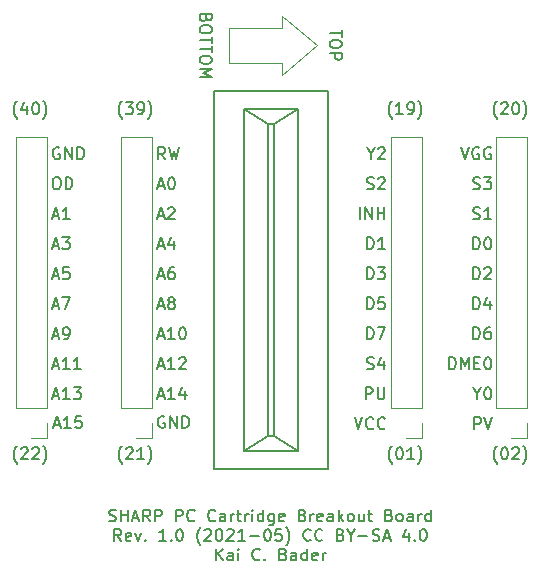
<source format=gbr>
%TF.GenerationSoftware,KiCad,Pcbnew,5.1.10-88a1d61d58~88~ubuntu20.10.1*%
%TF.CreationDate,2021-05-08T10:37:59+02:00*%
%TF.ProjectId,Cartridge-Breakout-Board,43617274-7269-4646-9765-2d427265616b,1.0*%
%TF.SameCoordinates,Original*%
%TF.FileFunction,Legend,Top*%
%TF.FilePolarity,Positive*%
%FSLAX46Y46*%
G04 Gerber Fmt 4.6, Leading zero omitted, Abs format (unit mm)*
G04 Created by KiCad (PCBNEW 5.1.10-88a1d61d58~88~ubuntu20.10.1) date 2021-05-08 10:37:59*
%MOMM*%
%LPD*%
G01*
G04 APERTURE LIST*
%ADD10C,0.150000*%
%ADD11C,0.120000*%
G04 APERTURE END LIST*
D10*
X91357142Y-84754761D02*
X91499999Y-84802380D01*
X91738095Y-84802380D01*
X91833333Y-84754761D01*
X91880952Y-84707142D01*
X91928571Y-84611904D01*
X91928571Y-84516666D01*
X91880952Y-84421428D01*
X91833333Y-84373809D01*
X91738095Y-84326190D01*
X91547619Y-84278571D01*
X91452380Y-84230952D01*
X91404761Y-84183333D01*
X91357142Y-84088095D01*
X91357142Y-83992857D01*
X91404761Y-83897619D01*
X91452380Y-83850000D01*
X91547619Y-83802380D01*
X91785714Y-83802380D01*
X91928571Y-83850000D01*
X92357142Y-84802380D02*
X92357142Y-83802380D01*
X92357142Y-84278571D02*
X92928571Y-84278571D01*
X92928571Y-84802380D02*
X92928571Y-83802380D01*
X93357142Y-84516666D02*
X93833333Y-84516666D01*
X93261904Y-84802380D02*
X93595238Y-83802380D01*
X93928571Y-84802380D01*
X94833333Y-84802380D02*
X94499999Y-84326190D01*
X94261904Y-84802380D02*
X94261904Y-83802380D01*
X94642857Y-83802380D01*
X94738095Y-83850000D01*
X94785714Y-83897619D01*
X94833333Y-83992857D01*
X94833333Y-84135714D01*
X94785714Y-84230952D01*
X94738095Y-84278571D01*
X94642857Y-84326190D01*
X94261904Y-84326190D01*
X95261904Y-84802380D02*
X95261904Y-83802380D01*
X95642857Y-83802380D01*
X95738095Y-83850000D01*
X95785714Y-83897619D01*
X95833333Y-83992857D01*
X95833333Y-84135714D01*
X95785714Y-84230952D01*
X95738095Y-84278571D01*
X95642857Y-84326190D01*
X95261904Y-84326190D01*
X97023809Y-84802380D02*
X97023809Y-83802380D01*
X97404761Y-83802380D01*
X97499999Y-83850000D01*
X97547619Y-83897619D01*
X97595238Y-83992857D01*
X97595238Y-84135714D01*
X97547619Y-84230952D01*
X97499999Y-84278571D01*
X97404761Y-84326190D01*
X97023809Y-84326190D01*
X98595238Y-84707142D02*
X98547619Y-84754761D01*
X98404761Y-84802380D01*
X98309523Y-84802380D01*
X98166666Y-84754761D01*
X98071428Y-84659523D01*
X98023809Y-84564285D01*
X97976190Y-84373809D01*
X97976190Y-84230952D01*
X98023809Y-84040476D01*
X98071428Y-83945238D01*
X98166666Y-83850000D01*
X98309523Y-83802380D01*
X98404761Y-83802380D01*
X98547619Y-83850000D01*
X98595238Y-83897619D01*
X100357142Y-84707142D02*
X100309523Y-84754761D01*
X100166666Y-84802380D01*
X100071428Y-84802380D01*
X99928571Y-84754761D01*
X99833333Y-84659523D01*
X99785714Y-84564285D01*
X99738095Y-84373809D01*
X99738095Y-84230952D01*
X99785714Y-84040476D01*
X99833333Y-83945238D01*
X99928571Y-83850000D01*
X100071428Y-83802380D01*
X100166666Y-83802380D01*
X100309523Y-83850000D01*
X100357142Y-83897619D01*
X101214285Y-84802380D02*
X101214285Y-84278571D01*
X101166666Y-84183333D01*
X101071428Y-84135714D01*
X100880952Y-84135714D01*
X100785714Y-84183333D01*
X101214285Y-84754761D02*
X101119047Y-84802380D01*
X100880952Y-84802380D01*
X100785714Y-84754761D01*
X100738095Y-84659523D01*
X100738095Y-84564285D01*
X100785714Y-84469047D01*
X100880952Y-84421428D01*
X101119047Y-84421428D01*
X101214285Y-84373809D01*
X101690476Y-84802380D02*
X101690476Y-84135714D01*
X101690476Y-84326190D02*
X101738095Y-84230952D01*
X101785714Y-84183333D01*
X101880952Y-84135714D01*
X101976190Y-84135714D01*
X102166666Y-84135714D02*
X102547619Y-84135714D01*
X102309523Y-83802380D02*
X102309523Y-84659523D01*
X102357142Y-84754761D01*
X102452380Y-84802380D01*
X102547619Y-84802380D01*
X102880952Y-84802380D02*
X102880952Y-84135714D01*
X102880952Y-84326190D02*
X102928571Y-84230952D01*
X102976190Y-84183333D01*
X103071428Y-84135714D01*
X103166666Y-84135714D01*
X103499999Y-84802380D02*
X103499999Y-84135714D01*
X103499999Y-83802380D02*
X103452380Y-83850000D01*
X103499999Y-83897619D01*
X103547619Y-83850000D01*
X103499999Y-83802380D01*
X103499999Y-83897619D01*
X104404761Y-84802380D02*
X104404761Y-83802380D01*
X104404761Y-84754761D02*
X104309523Y-84802380D01*
X104119047Y-84802380D01*
X104023809Y-84754761D01*
X103976190Y-84707142D01*
X103928571Y-84611904D01*
X103928571Y-84326190D01*
X103976190Y-84230952D01*
X104023809Y-84183333D01*
X104119047Y-84135714D01*
X104309523Y-84135714D01*
X104404761Y-84183333D01*
X105309523Y-84135714D02*
X105309523Y-84945238D01*
X105261904Y-85040476D01*
X105214285Y-85088095D01*
X105119047Y-85135714D01*
X104976190Y-85135714D01*
X104880952Y-85088095D01*
X105309523Y-84754761D02*
X105214285Y-84802380D01*
X105023809Y-84802380D01*
X104928571Y-84754761D01*
X104880952Y-84707142D01*
X104833333Y-84611904D01*
X104833333Y-84326190D01*
X104880952Y-84230952D01*
X104928571Y-84183333D01*
X105023809Y-84135714D01*
X105214285Y-84135714D01*
X105309523Y-84183333D01*
X106166666Y-84754761D02*
X106071428Y-84802380D01*
X105880952Y-84802380D01*
X105785714Y-84754761D01*
X105738095Y-84659523D01*
X105738095Y-84278571D01*
X105785714Y-84183333D01*
X105880952Y-84135714D01*
X106071428Y-84135714D01*
X106166666Y-84183333D01*
X106214285Y-84278571D01*
X106214285Y-84373809D01*
X105738095Y-84469047D01*
X107738095Y-84278571D02*
X107880952Y-84326190D01*
X107928571Y-84373809D01*
X107976190Y-84469047D01*
X107976190Y-84611904D01*
X107928571Y-84707142D01*
X107880952Y-84754761D01*
X107785714Y-84802380D01*
X107404761Y-84802380D01*
X107404761Y-83802380D01*
X107738095Y-83802380D01*
X107833333Y-83850000D01*
X107880952Y-83897619D01*
X107928571Y-83992857D01*
X107928571Y-84088095D01*
X107880952Y-84183333D01*
X107833333Y-84230952D01*
X107738095Y-84278571D01*
X107404761Y-84278571D01*
X108404761Y-84802380D02*
X108404761Y-84135714D01*
X108404761Y-84326190D02*
X108452380Y-84230952D01*
X108499999Y-84183333D01*
X108595238Y-84135714D01*
X108690476Y-84135714D01*
X109404761Y-84754761D02*
X109309523Y-84802380D01*
X109119047Y-84802380D01*
X109023809Y-84754761D01*
X108976190Y-84659523D01*
X108976190Y-84278571D01*
X109023809Y-84183333D01*
X109119047Y-84135714D01*
X109309523Y-84135714D01*
X109404761Y-84183333D01*
X109452380Y-84278571D01*
X109452380Y-84373809D01*
X108976190Y-84469047D01*
X110309523Y-84802380D02*
X110309523Y-84278571D01*
X110261904Y-84183333D01*
X110166666Y-84135714D01*
X109976190Y-84135714D01*
X109880952Y-84183333D01*
X110309523Y-84754761D02*
X110214285Y-84802380D01*
X109976190Y-84802380D01*
X109880952Y-84754761D01*
X109833333Y-84659523D01*
X109833333Y-84564285D01*
X109880952Y-84469047D01*
X109976190Y-84421428D01*
X110214285Y-84421428D01*
X110309523Y-84373809D01*
X110785714Y-84802380D02*
X110785714Y-83802380D01*
X110880952Y-84421428D02*
X111166666Y-84802380D01*
X111166666Y-84135714D02*
X110785714Y-84516666D01*
X111738095Y-84802380D02*
X111642857Y-84754761D01*
X111595238Y-84707142D01*
X111547619Y-84611904D01*
X111547619Y-84326190D01*
X111595238Y-84230952D01*
X111642857Y-84183333D01*
X111738095Y-84135714D01*
X111880952Y-84135714D01*
X111976190Y-84183333D01*
X112023809Y-84230952D01*
X112071428Y-84326190D01*
X112071428Y-84611904D01*
X112023809Y-84707142D01*
X111976190Y-84754761D01*
X111880952Y-84802380D01*
X111738095Y-84802380D01*
X112928571Y-84135714D02*
X112928571Y-84802380D01*
X112499999Y-84135714D02*
X112499999Y-84659523D01*
X112547619Y-84754761D01*
X112642857Y-84802380D01*
X112785714Y-84802380D01*
X112880952Y-84754761D01*
X112928571Y-84707142D01*
X113261904Y-84135714D02*
X113642857Y-84135714D01*
X113404761Y-83802380D02*
X113404761Y-84659523D01*
X113452380Y-84754761D01*
X113547619Y-84802380D01*
X113642857Y-84802380D01*
X115071428Y-84278571D02*
X115214285Y-84326190D01*
X115261904Y-84373809D01*
X115309523Y-84469047D01*
X115309523Y-84611904D01*
X115261904Y-84707142D01*
X115214285Y-84754761D01*
X115119047Y-84802380D01*
X114738095Y-84802380D01*
X114738095Y-83802380D01*
X115071428Y-83802380D01*
X115166666Y-83850000D01*
X115214285Y-83897619D01*
X115261904Y-83992857D01*
X115261904Y-84088095D01*
X115214285Y-84183333D01*
X115166666Y-84230952D01*
X115071428Y-84278571D01*
X114738095Y-84278571D01*
X115880952Y-84802380D02*
X115785714Y-84754761D01*
X115738095Y-84707142D01*
X115690476Y-84611904D01*
X115690476Y-84326190D01*
X115738095Y-84230952D01*
X115785714Y-84183333D01*
X115880952Y-84135714D01*
X116023809Y-84135714D01*
X116119047Y-84183333D01*
X116166666Y-84230952D01*
X116214285Y-84326190D01*
X116214285Y-84611904D01*
X116166666Y-84707142D01*
X116119047Y-84754761D01*
X116023809Y-84802380D01*
X115880952Y-84802380D01*
X117071428Y-84802380D02*
X117071428Y-84278571D01*
X117023809Y-84183333D01*
X116928571Y-84135714D01*
X116738095Y-84135714D01*
X116642857Y-84183333D01*
X117071428Y-84754761D02*
X116976190Y-84802380D01*
X116738095Y-84802380D01*
X116642857Y-84754761D01*
X116595238Y-84659523D01*
X116595238Y-84564285D01*
X116642857Y-84469047D01*
X116738095Y-84421428D01*
X116976190Y-84421428D01*
X117071428Y-84373809D01*
X117547619Y-84802380D02*
X117547619Y-84135714D01*
X117547619Y-84326190D02*
X117595238Y-84230952D01*
X117642857Y-84183333D01*
X117738095Y-84135714D01*
X117833333Y-84135714D01*
X118595238Y-84802380D02*
X118595238Y-83802380D01*
X118595238Y-84754761D02*
X118499999Y-84802380D01*
X118309523Y-84802380D01*
X118214285Y-84754761D01*
X118166666Y-84707142D01*
X118119047Y-84611904D01*
X118119047Y-84326190D01*
X118166666Y-84230952D01*
X118214285Y-84183333D01*
X118309523Y-84135714D01*
X118499999Y-84135714D01*
X118595238Y-84183333D01*
X92380952Y-86452380D02*
X92047619Y-85976190D01*
X91809523Y-86452380D02*
X91809523Y-85452380D01*
X92190476Y-85452380D01*
X92285714Y-85500000D01*
X92333333Y-85547619D01*
X92380952Y-85642857D01*
X92380952Y-85785714D01*
X92333333Y-85880952D01*
X92285714Y-85928571D01*
X92190476Y-85976190D01*
X91809523Y-85976190D01*
X93190476Y-86404761D02*
X93095238Y-86452380D01*
X92904761Y-86452380D01*
X92809523Y-86404761D01*
X92761904Y-86309523D01*
X92761904Y-85928571D01*
X92809523Y-85833333D01*
X92904761Y-85785714D01*
X93095238Y-85785714D01*
X93190476Y-85833333D01*
X93238095Y-85928571D01*
X93238095Y-86023809D01*
X92761904Y-86119047D01*
X93571428Y-85785714D02*
X93809523Y-86452380D01*
X94047619Y-85785714D01*
X94428571Y-86357142D02*
X94476190Y-86404761D01*
X94428571Y-86452380D01*
X94380952Y-86404761D01*
X94428571Y-86357142D01*
X94428571Y-86452380D01*
X96190476Y-86452380D02*
X95619047Y-86452380D01*
X95904761Y-86452380D02*
X95904761Y-85452380D01*
X95809523Y-85595238D01*
X95714285Y-85690476D01*
X95619047Y-85738095D01*
X96619047Y-86357142D02*
X96666666Y-86404761D01*
X96619047Y-86452380D01*
X96571428Y-86404761D01*
X96619047Y-86357142D01*
X96619047Y-86452380D01*
X97285714Y-85452380D02*
X97380952Y-85452380D01*
X97476190Y-85500000D01*
X97523809Y-85547619D01*
X97571428Y-85642857D01*
X97619047Y-85833333D01*
X97619047Y-86071428D01*
X97571428Y-86261904D01*
X97523809Y-86357142D01*
X97476190Y-86404761D01*
X97380952Y-86452380D01*
X97285714Y-86452380D01*
X97190476Y-86404761D01*
X97142857Y-86357142D01*
X97095238Y-86261904D01*
X97047619Y-86071428D01*
X97047619Y-85833333D01*
X97095238Y-85642857D01*
X97142857Y-85547619D01*
X97190476Y-85500000D01*
X97285714Y-85452380D01*
X99095238Y-86833333D02*
X99047619Y-86785714D01*
X98952380Y-86642857D01*
X98904761Y-86547619D01*
X98857142Y-86404761D01*
X98809523Y-86166666D01*
X98809523Y-85976190D01*
X98857142Y-85738095D01*
X98904761Y-85595238D01*
X98952380Y-85500000D01*
X99047619Y-85357142D01*
X99095238Y-85309523D01*
X99428571Y-85547619D02*
X99476190Y-85500000D01*
X99571428Y-85452380D01*
X99809523Y-85452380D01*
X99904761Y-85500000D01*
X99952380Y-85547619D01*
X100000000Y-85642857D01*
X100000000Y-85738095D01*
X99952380Y-85880952D01*
X99380952Y-86452380D01*
X100000000Y-86452380D01*
X100619047Y-85452380D02*
X100714285Y-85452380D01*
X100809523Y-85500000D01*
X100857142Y-85547619D01*
X100904761Y-85642857D01*
X100952380Y-85833333D01*
X100952380Y-86071428D01*
X100904761Y-86261904D01*
X100857142Y-86357142D01*
X100809523Y-86404761D01*
X100714285Y-86452380D01*
X100619047Y-86452380D01*
X100523809Y-86404761D01*
X100476190Y-86357142D01*
X100428571Y-86261904D01*
X100380952Y-86071428D01*
X100380952Y-85833333D01*
X100428571Y-85642857D01*
X100476190Y-85547619D01*
X100523809Y-85500000D01*
X100619047Y-85452380D01*
X101333333Y-85547619D02*
X101380952Y-85500000D01*
X101476190Y-85452380D01*
X101714285Y-85452380D01*
X101809523Y-85500000D01*
X101857142Y-85547619D01*
X101904761Y-85642857D01*
X101904761Y-85738095D01*
X101857142Y-85880952D01*
X101285714Y-86452380D01*
X101904761Y-86452380D01*
X102857142Y-86452380D02*
X102285714Y-86452380D01*
X102571428Y-86452380D02*
X102571428Y-85452380D01*
X102476190Y-85595238D01*
X102380952Y-85690476D01*
X102285714Y-85738095D01*
X103285714Y-86071428D02*
X104047619Y-86071428D01*
X104714285Y-85452380D02*
X104809523Y-85452380D01*
X104904761Y-85500000D01*
X104952380Y-85547619D01*
X105000000Y-85642857D01*
X105047619Y-85833333D01*
X105047619Y-86071428D01*
X105000000Y-86261904D01*
X104952380Y-86357142D01*
X104904761Y-86404761D01*
X104809523Y-86452380D01*
X104714285Y-86452380D01*
X104619047Y-86404761D01*
X104571428Y-86357142D01*
X104523809Y-86261904D01*
X104476190Y-86071428D01*
X104476190Y-85833333D01*
X104523809Y-85642857D01*
X104571428Y-85547619D01*
X104619047Y-85500000D01*
X104714285Y-85452380D01*
X105952380Y-85452380D02*
X105476190Y-85452380D01*
X105428571Y-85928571D01*
X105476190Y-85880952D01*
X105571428Y-85833333D01*
X105809523Y-85833333D01*
X105904761Y-85880952D01*
X105952380Y-85928571D01*
X105999999Y-86023809D01*
X105999999Y-86261904D01*
X105952380Y-86357142D01*
X105904761Y-86404761D01*
X105809523Y-86452380D01*
X105571428Y-86452380D01*
X105476190Y-86404761D01*
X105428571Y-86357142D01*
X106333333Y-86833333D02*
X106380952Y-86785714D01*
X106476190Y-86642857D01*
X106523809Y-86547619D01*
X106571428Y-86404761D01*
X106619047Y-86166666D01*
X106619047Y-85976190D01*
X106571428Y-85738095D01*
X106523809Y-85595238D01*
X106476190Y-85500000D01*
X106380952Y-85357142D01*
X106333333Y-85309523D01*
X108428571Y-86357142D02*
X108380952Y-86404761D01*
X108238095Y-86452380D01*
X108142857Y-86452380D01*
X107999999Y-86404761D01*
X107904761Y-86309523D01*
X107857142Y-86214285D01*
X107809523Y-86023809D01*
X107809523Y-85880952D01*
X107857142Y-85690476D01*
X107904761Y-85595238D01*
X107999999Y-85500000D01*
X108142857Y-85452380D01*
X108238095Y-85452380D01*
X108380952Y-85500000D01*
X108428571Y-85547619D01*
X109428571Y-86357142D02*
X109380952Y-86404761D01*
X109238095Y-86452380D01*
X109142857Y-86452380D01*
X108999999Y-86404761D01*
X108904761Y-86309523D01*
X108857142Y-86214285D01*
X108809523Y-86023809D01*
X108809523Y-85880952D01*
X108857142Y-85690476D01*
X108904761Y-85595238D01*
X108999999Y-85500000D01*
X109142857Y-85452380D01*
X109238095Y-85452380D01*
X109380952Y-85500000D01*
X109428571Y-85547619D01*
X110952380Y-85928571D02*
X111095238Y-85976190D01*
X111142857Y-86023809D01*
X111190476Y-86119047D01*
X111190476Y-86261904D01*
X111142857Y-86357142D01*
X111095238Y-86404761D01*
X110999999Y-86452380D01*
X110619047Y-86452380D01*
X110619047Y-85452380D01*
X110952380Y-85452380D01*
X111047619Y-85500000D01*
X111095238Y-85547619D01*
X111142857Y-85642857D01*
X111142857Y-85738095D01*
X111095238Y-85833333D01*
X111047619Y-85880952D01*
X110952380Y-85928571D01*
X110619047Y-85928571D01*
X111809523Y-85976190D02*
X111809523Y-86452380D01*
X111476190Y-85452380D02*
X111809523Y-85976190D01*
X112142857Y-85452380D01*
X112476190Y-86071428D02*
X113238095Y-86071428D01*
X113666666Y-86404761D02*
X113809523Y-86452380D01*
X114047619Y-86452380D01*
X114142857Y-86404761D01*
X114190476Y-86357142D01*
X114238095Y-86261904D01*
X114238095Y-86166666D01*
X114190476Y-86071428D01*
X114142857Y-86023809D01*
X114047619Y-85976190D01*
X113857142Y-85928571D01*
X113761904Y-85880952D01*
X113714285Y-85833333D01*
X113666666Y-85738095D01*
X113666666Y-85642857D01*
X113714285Y-85547619D01*
X113761904Y-85500000D01*
X113857142Y-85452380D01*
X114095238Y-85452380D01*
X114238095Y-85500000D01*
X114619047Y-86166666D02*
X115095238Y-86166666D01*
X114523809Y-86452380D02*
X114857142Y-85452380D01*
X115190476Y-86452380D01*
X116714285Y-85785714D02*
X116714285Y-86452380D01*
X116476190Y-85404761D02*
X116238095Y-86119047D01*
X116857142Y-86119047D01*
X117238095Y-86357142D02*
X117285714Y-86404761D01*
X117238095Y-86452380D01*
X117190476Y-86404761D01*
X117238095Y-86357142D01*
X117238095Y-86452380D01*
X117904761Y-85452380D02*
X117999999Y-85452380D01*
X118095238Y-85500000D01*
X118142857Y-85547619D01*
X118190476Y-85642857D01*
X118238095Y-85833333D01*
X118238095Y-86071428D01*
X118190476Y-86261904D01*
X118142857Y-86357142D01*
X118095238Y-86404761D01*
X117999999Y-86452380D01*
X117904761Y-86452380D01*
X117809523Y-86404761D01*
X117761904Y-86357142D01*
X117714285Y-86261904D01*
X117666666Y-86071428D01*
X117666666Y-85833333D01*
X117714285Y-85642857D01*
X117761904Y-85547619D01*
X117809523Y-85500000D01*
X117904761Y-85452380D01*
X100404761Y-88102380D02*
X100404761Y-87102380D01*
X100976190Y-88102380D02*
X100547619Y-87530952D01*
X100976190Y-87102380D02*
X100404761Y-87673809D01*
X101833333Y-88102380D02*
X101833333Y-87578571D01*
X101785714Y-87483333D01*
X101690476Y-87435714D01*
X101500000Y-87435714D01*
X101404761Y-87483333D01*
X101833333Y-88054761D02*
X101738095Y-88102380D01*
X101500000Y-88102380D01*
X101404761Y-88054761D01*
X101357142Y-87959523D01*
X101357142Y-87864285D01*
X101404761Y-87769047D01*
X101500000Y-87721428D01*
X101738095Y-87721428D01*
X101833333Y-87673809D01*
X102309523Y-88102380D02*
X102309523Y-87435714D01*
X102309523Y-87102380D02*
X102261904Y-87150000D01*
X102309523Y-87197619D01*
X102357142Y-87150000D01*
X102309523Y-87102380D01*
X102309523Y-87197619D01*
X104119047Y-88007142D02*
X104071428Y-88054761D01*
X103928571Y-88102380D01*
X103833333Y-88102380D01*
X103690476Y-88054761D01*
X103595238Y-87959523D01*
X103547619Y-87864285D01*
X103500000Y-87673809D01*
X103500000Y-87530952D01*
X103547619Y-87340476D01*
X103595238Y-87245238D01*
X103690476Y-87150000D01*
X103833333Y-87102380D01*
X103928571Y-87102380D01*
X104071428Y-87150000D01*
X104119047Y-87197619D01*
X104547619Y-88007142D02*
X104595238Y-88054761D01*
X104547619Y-88102380D01*
X104500000Y-88054761D01*
X104547619Y-88007142D01*
X104547619Y-88102380D01*
X106119047Y-87578571D02*
X106261904Y-87626190D01*
X106309523Y-87673809D01*
X106357142Y-87769047D01*
X106357142Y-87911904D01*
X106309523Y-88007142D01*
X106261904Y-88054761D01*
X106166666Y-88102380D01*
X105785714Y-88102380D01*
X105785714Y-87102380D01*
X106119047Y-87102380D01*
X106214285Y-87150000D01*
X106261904Y-87197619D01*
X106309523Y-87292857D01*
X106309523Y-87388095D01*
X106261904Y-87483333D01*
X106214285Y-87530952D01*
X106119047Y-87578571D01*
X105785714Y-87578571D01*
X107214285Y-88102380D02*
X107214285Y-87578571D01*
X107166666Y-87483333D01*
X107071428Y-87435714D01*
X106880952Y-87435714D01*
X106785714Y-87483333D01*
X107214285Y-88054761D02*
X107119047Y-88102380D01*
X106880952Y-88102380D01*
X106785714Y-88054761D01*
X106738095Y-87959523D01*
X106738095Y-87864285D01*
X106785714Y-87769047D01*
X106880952Y-87721428D01*
X107119047Y-87721428D01*
X107214285Y-87673809D01*
X108119047Y-88102380D02*
X108119047Y-87102380D01*
X108119047Y-88054761D02*
X108023809Y-88102380D01*
X107833333Y-88102380D01*
X107738095Y-88054761D01*
X107690476Y-88007142D01*
X107642857Y-87911904D01*
X107642857Y-87626190D01*
X107690476Y-87530952D01*
X107738095Y-87483333D01*
X107833333Y-87435714D01*
X108023809Y-87435714D01*
X108119047Y-87483333D01*
X108976190Y-88054761D02*
X108880952Y-88102380D01*
X108690476Y-88102380D01*
X108595238Y-88054761D01*
X108547619Y-87959523D01*
X108547619Y-87578571D01*
X108595238Y-87483333D01*
X108690476Y-87435714D01*
X108880952Y-87435714D01*
X108976190Y-87483333D01*
X109023809Y-87578571D01*
X109023809Y-87673809D01*
X108547619Y-87769047D01*
X109452380Y-88102380D02*
X109452380Y-87435714D01*
X109452380Y-87626190D02*
X109500000Y-87530952D01*
X109547619Y-87483333D01*
X109642857Y-87435714D01*
X109738095Y-87435714D01*
X87159404Y-53180000D02*
X87064166Y-53132380D01*
X86921309Y-53132380D01*
X86778452Y-53180000D01*
X86683214Y-53275238D01*
X86635595Y-53370476D01*
X86587976Y-53560952D01*
X86587976Y-53703809D01*
X86635595Y-53894285D01*
X86683214Y-53989523D01*
X86778452Y-54084761D01*
X86921309Y-54132380D01*
X87016547Y-54132380D01*
X87159404Y-54084761D01*
X87207023Y-54037142D01*
X87207023Y-53703809D01*
X87016547Y-53703809D01*
X87635595Y-54132380D02*
X87635595Y-53132380D01*
X88207023Y-54132380D01*
X88207023Y-53132380D01*
X88683214Y-54132380D02*
X88683214Y-53132380D01*
X88921309Y-53132380D01*
X89064166Y-53180000D01*
X89159404Y-53275238D01*
X89207023Y-53370476D01*
X89254642Y-53560952D01*
X89254642Y-53703809D01*
X89207023Y-53894285D01*
X89159404Y-53989523D01*
X89064166Y-54084761D01*
X88921309Y-54132380D01*
X88683214Y-54132380D01*
X96107023Y-54132380D02*
X95773690Y-53656190D01*
X95535595Y-54132380D02*
X95535595Y-53132380D01*
X95916547Y-53132380D01*
X96011785Y-53180000D01*
X96059404Y-53227619D01*
X96107023Y-53322857D01*
X96107023Y-53465714D01*
X96059404Y-53560952D01*
X96011785Y-53608571D01*
X95916547Y-53656190D01*
X95535595Y-53656190D01*
X96440357Y-53132380D02*
X96678452Y-54132380D01*
X96868928Y-53418095D01*
X97059404Y-54132380D01*
X97297500Y-53132380D01*
X86826071Y-55672380D02*
X87016547Y-55672380D01*
X87111785Y-55720000D01*
X87207023Y-55815238D01*
X87254642Y-56005714D01*
X87254642Y-56339047D01*
X87207023Y-56529523D01*
X87111785Y-56624761D01*
X87016547Y-56672380D01*
X86826071Y-56672380D01*
X86730833Y-56624761D01*
X86635595Y-56529523D01*
X86587976Y-56339047D01*
X86587976Y-56005714D01*
X86635595Y-55815238D01*
X86730833Y-55720000D01*
X86826071Y-55672380D01*
X87683214Y-56672380D02*
X87683214Y-55672380D01*
X87921309Y-55672380D01*
X88064166Y-55720000D01*
X88159404Y-55815238D01*
X88207023Y-55910476D01*
X88254642Y-56100952D01*
X88254642Y-56243809D01*
X88207023Y-56434285D01*
X88159404Y-56529523D01*
X88064166Y-56624761D01*
X87921309Y-56672380D01*
X87683214Y-56672380D01*
X95487976Y-56386666D02*
X95964166Y-56386666D01*
X95392738Y-56672380D02*
X95726071Y-55672380D01*
X96059404Y-56672380D01*
X96583214Y-55672380D02*
X96678452Y-55672380D01*
X96773690Y-55720000D01*
X96821309Y-55767619D01*
X96868928Y-55862857D01*
X96916547Y-56053333D01*
X96916547Y-56291428D01*
X96868928Y-56481904D01*
X96821309Y-56577142D01*
X96773690Y-56624761D01*
X96678452Y-56672380D01*
X96583214Y-56672380D01*
X96487976Y-56624761D01*
X96440357Y-56577142D01*
X96392738Y-56481904D01*
X96345119Y-56291428D01*
X96345119Y-56053333D01*
X96392738Y-55862857D01*
X96440357Y-55767619D01*
X96487976Y-55720000D01*
X96583214Y-55672380D01*
X86587976Y-58926666D02*
X87064166Y-58926666D01*
X86492738Y-59212380D02*
X86826071Y-58212380D01*
X87159404Y-59212380D01*
X88016547Y-59212380D02*
X87445119Y-59212380D01*
X87730833Y-59212380D02*
X87730833Y-58212380D01*
X87635595Y-58355238D01*
X87540357Y-58450476D01*
X87445119Y-58498095D01*
X95487976Y-58926666D02*
X95964166Y-58926666D01*
X95392738Y-59212380D02*
X95726071Y-58212380D01*
X96059404Y-59212380D01*
X96345119Y-58307619D02*
X96392738Y-58260000D01*
X96487976Y-58212380D01*
X96726071Y-58212380D01*
X96821309Y-58260000D01*
X96868928Y-58307619D01*
X96916547Y-58402857D01*
X96916547Y-58498095D01*
X96868928Y-58640952D01*
X96297500Y-59212380D01*
X96916547Y-59212380D01*
X86587976Y-61466666D02*
X87064166Y-61466666D01*
X86492738Y-61752380D02*
X86826071Y-60752380D01*
X87159404Y-61752380D01*
X87397500Y-60752380D02*
X88016547Y-60752380D01*
X87683214Y-61133333D01*
X87826071Y-61133333D01*
X87921309Y-61180952D01*
X87968928Y-61228571D01*
X88016547Y-61323809D01*
X88016547Y-61561904D01*
X87968928Y-61657142D01*
X87921309Y-61704761D01*
X87826071Y-61752380D01*
X87540357Y-61752380D01*
X87445119Y-61704761D01*
X87397500Y-61657142D01*
X95487976Y-61466666D02*
X95964166Y-61466666D01*
X95392738Y-61752380D02*
X95726071Y-60752380D01*
X96059404Y-61752380D01*
X96821309Y-61085714D02*
X96821309Y-61752380D01*
X96583214Y-60704761D02*
X96345119Y-61419047D01*
X96964166Y-61419047D01*
X86587976Y-64006666D02*
X87064166Y-64006666D01*
X86492738Y-64292380D02*
X86826071Y-63292380D01*
X87159404Y-64292380D01*
X87968928Y-63292380D02*
X87492738Y-63292380D01*
X87445119Y-63768571D01*
X87492738Y-63720952D01*
X87587976Y-63673333D01*
X87826071Y-63673333D01*
X87921309Y-63720952D01*
X87968928Y-63768571D01*
X88016547Y-63863809D01*
X88016547Y-64101904D01*
X87968928Y-64197142D01*
X87921309Y-64244761D01*
X87826071Y-64292380D01*
X87587976Y-64292380D01*
X87492738Y-64244761D01*
X87445119Y-64197142D01*
X95487976Y-64006666D02*
X95964166Y-64006666D01*
X95392738Y-64292380D02*
X95726071Y-63292380D01*
X96059404Y-64292380D01*
X96821309Y-63292380D02*
X96630833Y-63292380D01*
X96535595Y-63340000D01*
X96487976Y-63387619D01*
X96392738Y-63530476D01*
X96345119Y-63720952D01*
X96345119Y-64101904D01*
X96392738Y-64197142D01*
X96440357Y-64244761D01*
X96535595Y-64292380D01*
X96726071Y-64292380D01*
X96821309Y-64244761D01*
X96868928Y-64197142D01*
X96916547Y-64101904D01*
X96916547Y-63863809D01*
X96868928Y-63768571D01*
X96821309Y-63720952D01*
X96726071Y-63673333D01*
X96535595Y-63673333D01*
X96440357Y-63720952D01*
X96392738Y-63768571D01*
X96345119Y-63863809D01*
X86587976Y-66546666D02*
X87064166Y-66546666D01*
X86492738Y-66832380D02*
X86826071Y-65832380D01*
X87159404Y-66832380D01*
X87397500Y-65832380D02*
X88064166Y-65832380D01*
X87635595Y-66832380D01*
X95487976Y-66546666D02*
X95964166Y-66546666D01*
X95392738Y-66832380D02*
X95726071Y-65832380D01*
X96059404Y-66832380D01*
X96535595Y-66260952D02*
X96440357Y-66213333D01*
X96392738Y-66165714D01*
X96345119Y-66070476D01*
X96345119Y-66022857D01*
X96392738Y-65927619D01*
X96440357Y-65880000D01*
X96535595Y-65832380D01*
X96726071Y-65832380D01*
X96821309Y-65880000D01*
X96868928Y-65927619D01*
X96916547Y-66022857D01*
X96916547Y-66070476D01*
X96868928Y-66165714D01*
X96821309Y-66213333D01*
X96726071Y-66260952D01*
X96535595Y-66260952D01*
X96440357Y-66308571D01*
X96392738Y-66356190D01*
X96345119Y-66451428D01*
X96345119Y-66641904D01*
X96392738Y-66737142D01*
X96440357Y-66784761D01*
X96535595Y-66832380D01*
X96726071Y-66832380D01*
X96821309Y-66784761D01*
X96868928Y-66737142D01*
X96916547Y-66641904D01*
X96916547Y-66451428D01*
X96868928Y-66356190D01*
X96821309Y-66308571D01*
X96726071Y-66260952D01*
X86587976Y-69086666D02*
X87064166Y-69086666D01*
X86492738Y-69372380D02*
X86826071Y-68372380D01*
X87159404Y-69372380D01*
X87540357Y-69372380D02*
X87730833Y-69372380D01*
X87826071Y-69324761D01*
X87873690Y-69277142D01*
X87968928Y-69134285D01*
X88016547Y-68943809D01*
X88016547Y-68562857D01*
X87968928Y-68467619D01*
X87921309Y-68420000D01*
X87826071Y-68372380D01*
X87635595Y-68372380D01*
X87540357Y-68420000D01*
X87492738Y-68467619D01*
X87445119Y-68562857D01*
X87445119Y-68800952D01*
X87492738Y-68896190D01*
X87540357Y-68943809D01*
X87635595Y-68991428D01*
X87826071Y-68991428D01*
X87921309Y-68943809D01*
X87968928Y-68896190D01*
X88016547Y-68800952D01*
X95487976Y-69086666D02*
X95964166Y-69086666D01*
X95392738Y-69372380D02*
X95726071Y-68372380D01*
X96059404Y-69372380D01*
X96916547Y-69372380D02*
X96345119Y-69372380D01*
X96630833Y-69372380D02*
X96630833Y-68372380D01*
X96535595Y-68515238D01*
X96440357Y-68610476D01*
X96345119Y-68658095D01*
X97535595Y-68372380D02*
X97630833Y-68372380D01*
X97726071Y-68420000D01*
X97773690Y-68467619D01*
X97821309Y-68562857D01*
X97868928Y-68753333D01*
X97868928Y-68991428D01*
X97821309Y-69181904D01*
X97773690Y-69277142D01*
X97726071Y-69324761D01*
X97630833Y-69372380D01*
X97535595Y-69372380D01*
X97440357Y-69324761D01*
X97392738Y-69277142D01*
X97345119Y-69181904D01*
X97297500Y-68991428D01*
X97297500Y-68753333D01*
X97345119Y-68562857D01*
X97392738Y-68467619D01*
X97440357Y-68420000D01*
X97535595Y-68372380D01*
X86587976Y-71626666D02*
X87064166Y-71626666D01*
X86492738Y-71912380D02*
X86826071Y-70912380D01*
X87159404Y-71912380D01*
X88016547Y-71912380D02*
X87445119Y-71912380D01*
X87730833Y-71912380D02*
X87730833Y-70912380D01*
X87635595Y-71055238D01*
X87540357Y-71150476D01*
X87445119Y-71198095D01*
X88968928Y-71912380D02*
X88397500Y-71912380D01*
X88683214Y-71912380D02*
X88683214Y-70912380D01*
X88587976Y-71055238D01*
X88492738Y-71150476D01*
X88397500Y-71198095D01*
X95487976Y-71626666D02*
X95964166Y-71626666D01*
X95392738Y-71912380D02*
X95726071Y-70912380D01*
X96059404Y-71912380D01*
X96916547Y-71912380D02*
X96345119Y-71912380D01*
X96630833Y-71912380D02*
X96630833Y-70912380D01*
X96535595Y-71055238D01*
X96440357Y-71150476D01*
X96345119Y-71198095D01*
X97297500Y-71007619D02*
X97345119Y-70960000D01*
X97440357Y-70912380D01*
X97678452Y-70912380D01*
X97773690Y-70960000D01*
X97821309Y-71007619D01*
X97868928Y-71102857D01*
X97868928Y-71198095D01*
X97821309Y-71340952D01*
X97249880Y-71912380D01*
X97868928Y-71912380D01*
X86587976Y-74166666D02*
X87064166Y-74166666D01*
X86492738Y-74452380D02*
X86826071Y-73452380D01*
X87159404Y-74452380D01*
X88016547Y-74452380D02*
X87445119Y-74452380D01*
X87730833Y-74452380D02*
X87730833Y-73452380D01*
X87635595Y-73595238D01*
X87540357Y-73690476D01*
X87445119Y-73738095D01*
X88349880Y-73452380D02*
X88968928Y-73452380D01*
X88635595Y-73833333D01*
X88778452Y-73833333D01*
X88873690Y-73880952D01*
X88921309Y-73928571D01*
X88968928Y-74023809D01*
X88968928Y-74261904D01*
X88921309Y-74357142D01*
X88873690Y-74404761D01*
X88778452Y-74452380D01*
X88492738Y-74452380D01*
X88397500Y-74404761D01*
X88349880Y-74357142D01*
X95487976Y-74166666D02*
X95964166Y-74166666D01*
X95392738Y-74452380D02*
X95726071Y-73452380D01*
X96059404Y-74452380D01*
X96916547Y-74452380D02*
X96345119Y-74452380D01*
X96630833Y-74452380D02*
X96630833Y-73452380D01*
X96535595Y-73595238D01*
X96440357Y-73690476D01*
X96345119Y-73738095D01*
X97773690Y-73785714D02*
X97773690Y-74452380D01*
X97535595Y-73404761D02*
X97297500Y-74119047D01*
X97916547Y-74119047D01*
X86687976Y-76606666D02*
X87164166Y-76606666D01*
X86592738Y-76892380D02*
X86926071Y-75892380D01*
X87259404Y-76892380D01*
X88116547Y-76892380D02*
X87545119Y-76892380D01*
X87830833Y-76892380D02*
X87830833Y-75892380D01*
X87735595Y-76035238D01*
X87640357Y-76130476D01*
X87545119Y-76178095D01*
X89021309Y-75892380D02*
X88545119Y-75892380D01*
X88497500Y-76368571D01*
X88545119Y-76320952D01*
X88640357Y-76273333D01*
X88878452Y-76273333D01*
X88973690Y-76320952D01*
X89021309Y-76368571D01*
X89068928Y-76463809D01*
X89068928Y-76701904D01*
X89021309Y-76797142D01*
X88973690Y-76844761D01*
X88878452Y-76892380D01*
X88640357Y-76892380D01*
X88545119Y-76844761D01*
X88497500Y-76797142D01*
X96049404Y-75940000D02*
X95954166Y-75892380D01*
X95811309Y-75892380D01*
X95668452Y-75940000D01*
X95573214Y-76035238D01*
X95525595Y-76130476D01*
X95477976Y-76320952D01*
X95477976Y-76463809D01*
X95525595Y-76654285D01*
X95573214Y-76749523D01*
X95668452Y-76844761D01*
X95811309Y-76892380D01*
X95906547Y-76892380D01*
X96049404Y-76844761D01*
X96097023Y-76797142D01*
X96097023Y-76463809D01*
X95906547Y-76463809D01*
X96525595Y-76892380D02*
X96525595Y-75892380D01*
X97097023Y-76892380D01*
X97097023Y-75892380D01*
X97573214Y-76892380D02*
X97573214Y-75892380D01*
X97811309Y-75892380D01*
X97954166Y-75940000D01*
X98049404Y-76035238D01*
X98097023Y-76130476D01*
X98144642Y-76320952D01*
X98144642Y-76463809D01*
X98097023Y-76654285D01*
X98049404Y-76749523D01*
X97954166Y-76844761D01*
X97811309Y-76892380D01*
X97573214Y-76892380D01*
X121140595Y-53132380D02*
X121473928Y-54132380D01*
X121807261Y-53132380D01*
X122664404Y-53180000D02*
X122569166Y-53132380D01*
X122426309Y-53132380D01*
X122283452Y-53180000D01*
X122188214Y-53275238D01*
X122140595Y-53370476D01*
X122092976Y-53560952D01*
X122092976Y-53703809D01*
X122140595Y-53894285D01*
X122188214Y-53989523D01*
X122283452Y-54084761D01*
X122426309Y-54132380D01*
X122521547Y-54132380D01*
X122664404Y-54084761D01*
X122712023Y-54037142D01*
X122712023Y-53703809D01*
X122521547Y-53703809D01*
X123664404Y-53180000D02*
X123569166Y-53132380D01*
X123426309Y-53132380D01*
X123283452Y-53180000D01*
X123188214Y-53275238D01*
X123140595Y-53370476D01*
X123092976Y-53560952D01*
X123092976Y-53703809D01*
X123140595Y-53894285D01*
X123188214Y-53989523D01*
X123283452Y-54084761D01*
X123426309Y-54132380D01*
X123521547Y-54132380D01*
X123664404Y-54084761D01*
X123712023Y-54037142D01*
X123712023Y-53703809D01*
X123521547Y-53703809D01*
X113521547Y-53656190D02*
X113521547Y-54132380D01*
X113188214Y-53132380D02*
X113521547Y-53656190D01*
X113854880Y-53132380D01*
X114140595Y-53227619D02*
X114188214Y-53180000D01*
X114283452Y-53132380D01*
X114521547Y-53132380D01*
X114616785Y-53180000D01*
X114664404Y-53227619D01*
X114712023Y-53322857D01*
X114712023Y-53418095D01*
X114664404Y-53560952D01*
X114092976Y-54132380D01*
X114712023Y-54132380D01*
X122188214Y-56624761D02*
X122331071Y-56672380D01*
X122569166Y-56672380D01*
X122664404Y-56624761D01*
X122712023Y-56577142D01*
X122759642Y-56481904D01*
X122759642Y-56386666D01*
X122712023Y-56291428D01*
X122664404Y-56243809D01*
X122569166Y-56196190D01*
X122378690Y-56148571D01*
X122283452Y-56100952D01*
X122235833Y-56053333D01*
X122188214Y-55958095D01*
X122188214Y-55862857D01*
X122235833Y-55767619D01*
X122283452Y-55720000D01*
X122378690Y-55672380D01*
X122616785Y-55672380D01*
X122759642Y-55720000D01*
X123092976Y-55672380D02*
X123712023Y-55672380D01*
X123378690Y-56053333D01*
X123521547Y-56053333D01*
X123616785Y-56100952D01*
X123664404Y-56148571D01*
X123712023Y-56243809D01*
X123712023Y-56481904D01*
X123664404Y-56577142D01*
X123616785Y-56624761D01*
X123521547Y-56672380D01*
X123235833Y-56672380D01*
X123140595Y-56624761D01*
X123092976Y-56577142D01*
X113188214Y-56624761D02*
X113331071Y-56672380D01*
X113569166Y-56672380D01*
X113664404Y-56624761D01*
X113712023Y-56577142D01*
X113759642Y-56481904D01*
X113759642Y-56386666D01*
X113712023Y-56291428D01*
X113664404Y-56243809D01*
X113569166Y-56196190D01*
X113378690Y-56148571D01*
X113283452Y-56100952D01*
X113235833Y-56053333D01*
X113188214Y-55958095D01*
X113188214Y-55862857D01*
X113235833Y-55767619D01*
X113283452Y-55720000D01*
X113378690Y-55672380D01*
X113616785Y-55672380D01*
X113759642Y-55720000D01*
X114140595Y-55767619D02*
X114188214Y-55720000D01*
X114283452Y-55672380D01*
X114521547Y-55672380D01*
X114616785Y-55720000D01*
X114664404Y-55767619D01*
X114712023Y-55862857D01*
X114712023Y-55958095D01*
X114664404Y-56100952D01*
X114092976Y-56672380D01*
X114712023Y-56672380D01*
X122188214Y-59164761D02*
X122331071Y-59212380D01*
X122569166Y-59212380D01*
X122664404Y-59164761D01*
X122712023Y-59117142D01*
X122759642Y-59021904D01*
X122759642Y-58926666D01*
X122712023Y-58831428D01*
X122664404Y-58783809D01*
X122569166Y-58736190D01*
X122378690Y-58688571D01*
X122283452Y-58640952D01*
X122235833Y-58593333D01*
X122188214Y-58498095D01*
X122188214Y-58402857D01*
X122235833Y-58307619D01*
X122283452Y-58260000D01*
X122378690Y-58212380D01*
X122616785Y-58212380D01*
X122759642Y-58260000D01*
X123712023Y-59212380D02*
X123140595Y-59212380D01*
X123426309Y-59212380D02*
X123426309Y-58212380D01*
X123331071Y-58355238D01*
X123235833Y-58450476D01*
X123140595Y-58498095D01*
X112569166Y-59212380D02*
X112569166Y-58212380D01*
X113045357Y-59212380D02*
X113045357Y-58212380D01*
X113616785Y-59212380D01*
X113616785Y-58212380D01*
X114092976Y-59212380D02*
X114092976Y-58212380D01*
X114092976Y-58688571D02*
X114664404Y-58688571D01*
X114664404Y-59212380D02*
X114664404Y-58212380D01*
X122188214Y-61752380D02*
X122188214Y-60752380D01*
X122426309Y-60752380D01*
X122569166Y-60800000D01*
X122664404Y-60895238D01*
X122712023Y-60990476D01*
X122759642Y-61180952D01*
X122759642Y-61323809D01*
X122712023Y-61514285D01*
X122664404Y-61609523D01*
X122569166Y-61704761D01*
X122426309Y-61752380D01*
X122188214Y-61752380D01*
X123378690Y-60752380D02*
X123473928Y-60752380D01*
X123569166Y-60800000D01*
X123616785Y-60847619D01*
X123664404Y-60942857D01*
X123712023Y-61133333D01*
X123712023Y-61371428D01*
X123664404Y-61561904D01*
X123616785Y-61657142D01*
X123569166Y-61704761D01*
X123473928Y-61752380D01*
X123378690Y-61752380D01*
X123283452Y-61704761D01*
X123235833Y-61657142D01*
X123188214Y-61561904D01*
X123140595Y-61371428D01*
X123140595Y-61133333D01*
X123188214Y-60942857D01*
X123235833Y-60847619D01*
X123283452Y-60800000D01*
X123378690Y-60752380D01*
X113188214Y-61752380D02*
X113188214Y-60752380D01*
X113426309Y-60752380D01*
X113569166Y-60800000D01*
X113664404Y-60895238D01*
X113712023Y-60990476D01*
X113759642Y-61180952D01*
X113759642Y-61323809D01*
X113712023Y-61514285D01*
X113664404Y-61609523D01*
X113569166Y-61704761D01*
X113426309Y-61752380D01*
X113188214Y-61752380D01*
X114712023Y-61752380D02*
X114140595Y-61752380D01*
X114426309Y-61752380D02*
X114426309Y-60752380D01*
X114331071Y-60895238D01*
X114235833Y-60990476D01*
X114140595Y-61038095D01*
X122188214Y-64292380D02*
X122188214Y-63292380D01*
X122426309Y-63292380D01*
X122569166Y-63340000D01*
X122664404Y-63435238D01*
X122712023Y-63530476D01*
X122759642Y-63720952D01*
X122759642Y-63863809D01*
X122712023Y-64054285D01*
X122664404Y-64149523D01*
X122569166Y-64244761D01*
X122426309Y-64292380D01*
X122188214Y-64292380D01*
X123140595Y-63387619D02*
X123188214Y-63340000D01*
X123283452Y-63292380D01*
X123521547Y-63292380D01*
X123616785Y-63340000D01*
X123664404Y-63387619D01*
X123712023Y-63482857D01*
X123712023Y-63578095D01*
X123664404Y-63720952D01*
X123092976Y-64292380D01*
X123712023Y-64292380D01*
X113188214Y-64292380D02*
X113188214Y-63292380D01*
X113426309Y-63292380D01*
X113569166Y-63340000D01*
X113664404Y-63435238D01*
X113712023Y-63530476D01*
X113759642Y-63720952D01*
X113759642Y-63863809D01*
X113712023Y-64054285D01*
X113664404Y-64149523D01*
X113569166Y-64244761D01*
X113426309Y-64292380D01*
X113188214Y-64292380D01*
X114092976Y-63292380D02*
X114712023Y-63292380D01*
X114378690Y-63673333D01*
X114521547Y-63673333D01*
X114616785Y-63720952D01*
X114664404Y-63768571D01*
X114712023Y-63863809D01*
X114712023Y-64101904D01*
X114664404Y-64197142D01*
X114616785Y-64244761D01*
X114521547Y-64292380D01*
X114235833Y-64292380D01*
X114140595Y-64244761D01*
X114092976Y-64197142D01*
X122188214Y-66832380D02*
X122188214Y-65832380D01*
X122426309Y-65832380D01*
X122569166Y-65880000D01*
X122664404Y-65975238D01*
X122712023Y-66070476D01*
X122759642Y-66260952D01*
X122759642Y-66403809D01*
X122712023Y-66594285D01*
X122664404Y-66689523D01*
X122569166Y-66784761D01*
X122426309Y-66832380D01*
X122188214Y-66832380D01*
X123616785Y-66165714D02*
X123616785Y-66832380D01*
X123378690Y-65784761D02*
X123140595Y-66499047D01*
X123759642Y-66499047D01*
X113188214Y-66832380D02*
X113188214Y-65832380D01*
X113426309Y-65832380D01*
X113569166Y-65880000D01*
X113664404Y-65975238D01*
X113712023Y-66070476D01*
X113759642Y-66260952D01*
X113759642Y-66403809D01*
X113712023Y-66594285D01*
X113664404Y-66689523D01*
X113569166Y-66784761D01*
X113426309Y-66832380D01*
X113188214Y-66832380D01*
X114664404Y-65832380D02*
X114188214Y-65832380D01*
X114140595Y-66308571D01*
X114188214Y-66260952D01*
X114283452Y-66213333D01*
X114521547Y-66213333D01*
X114616785Y-66260952D01*
X114664404Y-66308571D01*
X114712023Y-66403809D01*
X114712023Y-66641904D01*
X114664404Y-66737142D01*
X114616785Y-66784761D01*
X114521547Y-66832380D01*
X114283452Y-66832380D01*
X114188214Y-66784761D01*
X114140595Y-66737142D01*
X122188214Y-69372380D02*
X122188214Y-68372380D01*
X122426309Y-68372380D01*
X122569166Y-68420000D01*
X122664404Y-68515238D01*
X122712023Y-68610476D01*
X122759642Y-68800952D01*
X122759642Y-68943809D01*
X122712023Y-69134285D01*
X122664404Y-69229523D01*
X122569166Y-69324761D01*
X122426309Y-69372380D01*
X122188214Y-69372380D01*
X123616785Y-68372380D02*
X123426309Y-68372380D01*
X123331071Y-68420000D01*
X123283452Y-68467619D01*
X123188214Y-68610476D01*
X123140595Y-68800952D01*
X123140595Y-69181904D01*
X123188214Y-69277142D01*
X123235833Y-69324761D01*
X123331071Y-69372380D01*
X123521547Y-69372380D01*
X123616785Y-69324761D01*
X123664404Y-69277142D01*
X123712023Y-69181904D01*
X123712023Y-68943809D01*
X123664404Y-68848571D01*
X123616785Y-68800952D01*
X123521547Y-68753333D01*
X123331071Y-68753333D01*
X123235833Y-68800952D01*
X123188214Y-68848571D01*
X123140595Y-68943809D01*
X113188214Y-69372380D02*
X113188214Y-68372380D01*
X113426309Y-68372380D01*
X113569166Y-68420000D01*
X113664404Y-68515238D01*
X113712023Y-68610476D01*
X113759642Y-68800952D01*
X113759642Y-68943809D01*
X113712023Y-69134285D01*
X113664404Y-69229523D01*
X113569166Y-69324761D01*
X113426309Y-69372380D01*
X113188214Y-69372380D01*
X114092976Y-68372380D02*
X114759642Y-68372380D01*
X114331071Y-69372380D01*
X120140595Y-71912380D02*
X120140595Y-70912380D01*
X120378690Y-70912380D01*
X120521547Y-70960000D01*
X120616785Y-71055238D01*
X120664404Y-71150476D01*
X120712023Y-71340952D01*
X120712023Y-71483809D01*
X120664404Y-71674285D01*
X120616785Y-71769523D01*
X120521547Y-71864761D01*
X120378690Y-71912380D01*
X120140595Y-71912380D01*
X121140595Y-71912380D02*
X121140595Y-70912380D01*
X121473928Y-71626666D01*
X121807261Y-70912380D01*
X121807261Y-71912380D01*
X122283452Y-71388571D02*
X122616785Y-71388571D01*
X122759642Y-71912380D02*
X122283452Y-71912380D01*
X122283452Y-70912380D01*
X122759642Y-70912380D01*
X123378690Y-70912380D02*
X123473928Y-70912380D01*
X123569166Y-70960000D01*
X123616785Y-71007619D01*
X123664404Y-71102857D01*
X123712023Y-71293333D01*
X123712023Y-71531428D01*
X123664404Y-71721904D01*
X123616785Y-71817142D01*
X123569166Y-71864761D01*
X123473928Y-71912380D01*
X123378690Y-71912380D01*
X123283452Y-71864761D01*
X123235833Y-71817142D01*
X123188214Y-71721904D01*
X123140595Y-71531428D01*
X123140595Y-71293333D01*
X123188214Y-71102857D01*
X123235833Y-71007619D01*
X123283452Y-70960000D01*
X123378690Y-70912380D01*
X113188214Y-71864761D02*
X113331071Y-71912380D01*
X113569166Y-71912380D01*
X113664404Y-71864761D01*
X113712023Y-71817142D01*
X113759642Y-71721904D01*
X113759642Y-71626666D01*
X113712023Y-71531428D01*
X113664404Y-71483809D01*
X113569166Y-71436190D01*
X113378690Y-71388571D01*
X113283452Y-71340952D01*
X113235833Y-71293333D01*
X113188214Y-71198095D01*
X113188214Y-71102857D01*
X113235833Y-71007619D01*
X113283452Y-70960000D01*
X113378690Y-70912380D01*
X113616785Y-70912380D01*
X113759642Y-70960000D01*
X114616785Y-71245714D02*
X114616785Y-71912380D01*
X114378690Y-70864761D02*
X114140595Y-71579047D01*
X114759642Y-71579047D01*
X122521547Y-73976190D02*
X122521547Y-74452380D01*
X122188214Y-73452380D02*
X122521547Y-73976190D01*
X122854880Y-73452380D01*
X123378690Y-73452380D02*
X123473928Y-73452380D01*
X123569166Y-73500000D01*
X123616785Y-73547619D01*
X123664404Y-73642857D01*
X123712023Y-73833333D01*
X123712023Y-74071428D01*
X123664404Y-74261904D01*
X123616785Y-74357142D01*
X123569166Y-74404761D01*
X123473928Y-74452380D01*
X123378690Y-74452380D01*
X123283452Y-74404761D01*
X123235833Y-74357142D01*
X123188214Y-74261904D01*
X123140595Y-74071428D01*
X123140595Y-73833333D01*
X123188214Y-73642857D01*
X123235833Y-73547619D01*
X123283452Y-73500000D01*
X123378690Y-73452380D01*
X113092976Y-74452380D02*
X113092976Y-73452380D01*
X113473928Y-73452380D01*
X113569166Y-73500000D01*
X113616785Y-73547619D01*
X113664404Y-73642857D01*
X113664404Y-73785714D01*
X113616785Y-73880952D01*
X113569166Y-73928571D01*
X113473928Y-73976190D01*
X113092976Y-73976190D01*
X114092976Y-73452380D02*
X114092976Y-74261904D01*
X114140595Y-74357142D01*
X114188214Y-74404761D01*
X114283452Y-74452380D01*
X114473928Y-74452380D01*
X114569166Y-74404761D01*
X114616785Y-74357142D01*
X114664404Y-74261904D01*
X114664404Y-73452380D01*
X122283452Y-76992380D02*
X122283452Y-75992380D01*
X122664404Y-75992380D01*
X122759642Y-76040000D01*
X122807261Y-76087619D01*
X122854880Y-76182857D01*
X122854880Y-76325714D01*
X122807261Y-76420952D01*
X122759642Y-76468571D01*
X122664404Y-76516190D01*
X122283452Y-76516190D01*
X123140595Y-75992380D02*
X123473928Y-76992380D01*
X123807261Y-75992380D01*
X112140595Y-75992380D02*
X112473928Y-76992380D01*
X112807261Y-75992380D01*
X113712023Y-76897142D02*
X113664404Y-76944761D01*
X113521547Y-76992380D01*
X113426309Y-76992380D01*
X113283452Y-76944761D01*
X113188214Y-76849523D01*
X113140595Y-76754285D01*
X113092976Y-76563809D01*
X113092976Y-76420952D01*
X113140595Y-76230476D01*
X113188214Y-76135238D01*
X113283452Y-76040000D01*
X113426309Y-75992380D01*
X113521547Y-75992380D01*
X113664404Y-76040000D01*
X113712023Y-76087619D01*
X114712023Y-76897142D02*
X114664404Y-76944761D01*
X114521547Y-76992380D01*
X114426309Y-76992380D01*
X114283452Y-76944761D01*
X114188214Y-76849523D01*
X114140595Y-76754285D01*
X114092976Y-76563809D01*
X114092976Y-76420952D01*
X114140595Y-76230476D01*
X114188214Y-76135238D01*
X114283452Y-76040000D01*
X114426309Y-75992380D01*
X114521547Y-75992380D01*
X114664404Y-76040000D01*
X114712023Y-76087619D01*
X83574761Y-50703333D02*
X83527142Y-50655714D01*
X83431904Y-50512857D01*
X83384285Y-50417619D01*
X83336666Y-50274761D01*
X83289047Y-50036666D01*
X83289047Y-49846190D01*
X83336666Y-49608095D01*
X83384285Y-49465238D01*
X83431904Y-49370000D01*
X83527142Y-49227142D01*
X83574761Y-49179523D01*
X84384285Y-49655714D02*
X84384285Y-50322380D01*
X84146190Y-49274761D02*
X83908095Y-49989047D01*
X84527142Y-49989047D01*
X85098571Y-49322380D02*
X85193809Y-49322380D01*
X85289047Y-49370000D01*
X85336666Y-49417619D01*
X85384285Y-49512857D01*
X85431904Y-49703333D01*
X85431904Y-49941428D01*
X85384285Y-50131904D01*
X85336666Y-50227142D01*
X85289047Y-50274761D01*
X85193809Y-50322380D01*
X85098571Y-50322380D01*
X85003333Y-50274761D01*
X84955714Y-50227142D01*
X84908095Y-50131904D01*
X84860476Y-49941428D01*
X84860476Y-49703333D01*
X84908095Y-49512857D01*
X84955714Y-49417619D01*
X85003333Y-49370000D01*
X85098571Y-49322380D01*
X85765238Y-50703333D02*
X85812857Y-50655714D01*
X85908095Y-50512857D01*
X85955714Y-50417619D01*
X86003333Y-50274761D01*
X86050952Y-50036666D01*
X86050952Y-49846190D01*
X86003333Y-49608095D01*
X85955714Y-49465238D01*
X85908095Y-49370000D01*
X85812857Y-49227142D01*
X85765238Y-49179523D01*
X92464761Y-50703333D02*
X92417142Y-50655714D01*
X92321904Y-50512857D01*
X92274285Y-50417619D01*
X92226666Y-50274761D01*
X92179047Y-50036666D01*
X92179047Y-49846190D01*
X92226666Y-49608095D01*
X92274285Y-49465238D01*
X92321904Y-49370000D01*
X92417142Y-49227142D01*
X92464761Y-49179523D01*
X92750476Y-49322380D02*
X93369523Y-49322380D01*
X93036190Y-49703333D01*
X93179047Y-49703333D01*
X93274285Y-49750952D01*
X93321904Y-49798571D01*
X93369523Y-49893809D01*
X93369523Y-50131904D01*
X93321904Y-50227142D01*
X93274285Y-50274761D01*
X93179047Y-50322380D01*
X92893333Y-50322380D01*
X92798095Y-50274761D01*
X92750476Y-50227142D01*
X93845714Y-50322380D02*
X94036190Y-50322380D01*
X94131428Y-50274761D01*
X94179047Y-50227142D01*
X94274285Y-50084285D01*
X94321904Y-49893809D01*
X94321904Y-49512857D01*
X94274285Y-49417619D01*
X94226666Y-49370000D01*
X94131428Y-49322380D01*
X93940952Y-49322380D01*
X93845714Y-49370000D01*
X93798095Y-49417619D01*
X93750476Y-49512857D01*
X93750476Y-49750952D01*
X93798095Y-49846190D01*
X93845714Y-49893809D01*
X93940952Y-49941428D01*
X94131428Y-49941428D01*
X94226666Y-49893809D01*
X94274285Y-49846190D01*
X94321904Y-49750952D01*
X94655238Y-50703333D02*
X94702857Y-50655714D01*
X94798095Y-50512857D01*
X94845714Y-50417619D01*
X94893333Y-50274761D01*
X94940952Y-50036666D01*
X94940952Y-49846190D01*
X94893333Y-49608095D01*
X94845714Y-49465238D01*
X94798095Y-49370000D01*
X94702857Y-49227142D01*
X94655238Y-49179523D01*
X83574761Y-79913333D02*
X83527142Y-79865714D01*
X83431904Y-79722857D01*
X83384285Y-79627619D01*
X83336666Y-79484761D01*
X83289047Y-79246666D01*
X83289047Y-79056190D01*
X83336666Y-78818095D01*
X83384285Y-78675238D01*
X83431904Y-78580000D01*
X83527142Y-78437142D01*
X83574761Y-78389523D01*
X83908095Y-78627619D02*
X83955714Y-78580000D01*
X84050952Y-78532380D01*
X84289047Y-78532380D01*
X84384285Y-78580000D01*
X84431904Y-78627619D01*
X84479523Y-78722857D01*
X84479523Y-78818095D01*
X84431904Y-78960952D01*
X83860476Y-79532380D01*
X84479523Y-79532380D01*
X84860476Y-78627619D02*
X84908095Y-78580000D01*
X85003333Y-78532380D01*
X85241428Y-78532380D01*
X85336666Y-78580000D01*
X85384285Y-78627619D01*
X85431904Y-78722857D01*
X85431904Y-78818095D01*
X85384285Y-78960952D01*
X84812857Y-79532380D01*
X85431904Y-79532380D01*
X85765238Y-79913333D02*
X85812857Y-79865714D01*
X85908095Y-79722857D01*
X85955714Y-79627619D01*
X86003333Y-79484761D01*
X86050952Y-79246666D01*
X86050952Y-79056190D01*
X86003333Y-78818095D01*
X85955714Y-78675238D01*
X85908095Y-78580000D01*
X85812857Y-78437142D01*
X85765238Y-78389523D01*
X92464761Y-79913333D02*
X92417142Y-79865714D01*
X92321904Y-79722857D01*
X92274285Y-79627619D01*
X92226666Y-79484761D01*
X92179047Y-79246666D01*
X92179047Y-79056190D01*
X92226666Y-78818095D01*
X92274285Y-78675238D01*
X92321904Y-78580000D01*
X92417142Y-78437142D01*
X92464761Y-78389523D01*
X92798095Y-78627619D02*
X92845714Y-78580000D01*
X92940952Y-78532380D01*
X93179047Y-78532380D01*
X93274285Y-78580000D01*
X93321904Y-78627619D01*
X93369523Y-78722857D01*
X93369523Y-78818095D01*
X93321904Y-78960952D01*
X92750476Y-79532380D01*
X93369523Y-79532380D01*
X94321904Y-79532380D02*
X93750476Y-79532380D01*
X94036190Y-79532380D02*
X94036190Y-78532380D01*
X93940952Y-78675238D01*
X93845714Y-78770476D01*
X93750476Y-78818095D01*
X94655238Y-79913333D02*
X94702857Y-79865714D01*
X94798095Y-79722857D01*
X94845714Y-79627619D01*
X94893333Y-79484761D01*
X94940952Y-79246666D01*
X94940952Y-79056190D01*
X94893333Y-78818095D01*
X94845714Y-78675238D01*
X94798095Y-78580000D01*
X94702857Y-78437142D01*
X94655238Y-78389523D01*
X124214761Y-50703333D02*
X124167142Y-50655714D01*
X124071904Y-50512857D01*
X124024285Y-50417619D01*
X123976666Y-50274761D01*
X123929047Y-50036666D01*
X123929047Y-49846190D01*
X123976666Y-49608095D01*
X124024285Y-49465238D01*
X124071904Y-49370000D01*
X124167142Y-49227142D01*
X124214761Y-49179523D01*
X124548095Y-49417619D02*
X124595714Y-49370000D01*
X124690952Y-49322380D01*
X124929047Y-49322380D01*
X125024285Y-49370000D01*
X125071904Y-49417619D01*
X125119523Y-49512857D01*
X125119523Y-49608095D01*
X125071904Y-49750952D01*
X124500476Y-50322380D01*
X125119523Y-50322380D01*
X125738571Y-49322380D02*
X125833809Y-49322380D01*
X125929047Y-49370000D01*
X125976666Y-49417619D01*
X126024285Y-49512857D01*
X126071904Y-49703333D01*
X126071904Y-49941428D01*
X126024285Y-50131904D01*
X125976666Y-50227142D01*
X125929047Y-50274761D01*
X125833809Y-50322380D01*
X125738571Y-50322380D01*
X125643333Y-50274761D01*
X125595714Y-50227142D01*
X125548095Y-50131904D01*
X125500476Y-49941428D01*
X125500476Y-49703333D01*
X125548095Y-49512857D01*
X125595714Y-49417619D01*
X125643333Y-49370000D01*
X125738571Y-49322380D01*
X126405238Y-50703333D02*
X126452857Y-50655714D01*
X126548095Y-50512857D01*
X126595714Y-50417619D01*
X126643333Y-50274761D01*
X126690952Y-50036666D01*
X126690952Y-49846190D01*
X126643333Y-49608095D01*
X126595714Y-49465238D01*
X126548095Y-49370000D01*
X126452857Y-49227142D01*
X126405238Y-49179523D01*
X115324761Y-50703333D02*
X115277142Y-50655714D01*
X115181904Y-50512857D01*
X115134285Y-50417619D01*
X115086666Y-50274761D01*
X115039047Y-50036666D01*
X115039047Y-49846190D01*
X115086666Y-49608095D01*
X115134285Y-49465238D01*
X115181904Y-49370000D01*
X115277142Y-49227142D01*
X115324761Y-49179523D01*
X116229523Y-50322380D02*
X115658095Y-50322380D01*
X115943809Y-50322380D02*
X115943809Y-49322380D01*
X115848571Y-49465238D01*
X115753333Y-49560476D01*
X115658095Y-49608095D01*
X116705714Y-50322380D02*
X116896190Y-50322380D01*
X116991428Y-50274761D01*
X117039047Y-50227142D01*
X117134285Y-50084285D01*
X117181904Y-49893809D01*
X117181904Y-49512857D01*
X117134285Y-49417619D01*
X117086666Y-49370000D01*
X116991428Y-49322380D01*
X116800952Y-49322380D01*
X116705714Y-49370000D01*
X116658095Y-49417619D01*
X116610476Y-49512857D01*
X116610476Y-49750952D01*
X116658095Y-49846190D01*
X116705714Y-49893809D01*
X116800952Y-49941428D01*
X116991428Y-49941428D01*
X117086666Y-49893809D01*
X117134285Y-49846190D01*
X117181904Y-49750952D01*
X117515238Y-50703333D02*
X117562857Y-50655714D01*
X117658095Y-50512857D01*
X117705714Y-50417619D01*
X117753333Y-50274761D01*
X117800952Y-50036666D01*
X117800952Y-49846190D01*
X117753333Y-49608095D01*
X117705714Y-49465238D01*
X117658095Y-49370000D01*
X117562857Y-49227142D01*
X117515238Y-49179523D01*
X124214761Y-79913333D02*
X124167142Y-79865714D01*
X124071904Y-79722857D01*
X124024285Y-79627619D01*
X123976666Y-79484761D01*
X123929047Y-79246666D01*
X123929047Y-79056190D01*
X123976666Y-78818095D01*
X124024285Y-78675238D01*
X124071904Y-78580000D01*
X124167142Y-78437142D01*
X124214761Y-78389523D01*
X124786190Y-78532380D02*
X124881428Y-78532380D01*
X124976666Y-78580000D01*
X125024285Y-78627619D01*
X125071904Y-78722857D01*
X125119523Y-78913333D01*
X125119523Y-79151428D01*
X125071904Y-79341904D01*
X125024285Y-79437142D01*
X124976666Y-79484761D01*
X124881428Y-79532380D01*
X124786190Y-79532380D01*
X124690952Y-79484761D01*
X124643333Y-79437142D01*
X124595714Y-79341904D01*
X124548095Y-79151428D01*
X124548095Y-78913333D01*
X124595714Y-78722857D01*
X124643333Y-78627619D01*
X124690952Y-78580000D01*
X124786190Y-78532380D01*
X125500476Y-78627619D02*
X125548095Y-78580000D01*
X125643333Y-78532380D01*
X125881428Y-78532380D01*
X125976666Y-78580000D01*
X126024285Y-78627619D01*
X126071904Y-78722857D01*
X126071904Y-78818095D01*
X126024285Y-78960952D01*
X125452857Y-79532380D01*
X126071904Y-79532380D01*
X126405238Y-79913333D02*
X126452857Y-79865714D01*
X126548095Y-79722857D01*
X126595714Y-79627619D01*
X126643333Y-79484761D01*
X126690952Y-79246666D01*
X126690952Y-79056190D01*
X126643333Y-78818095D01*
X126595714Y-78675238D01*
X126548095Y-78580000D01*
X126452857Y-78437142D01*
X126405238Y-78389523D01*
X115324761Y-79913333D02*
X115277142Y-79865714D01*
X115181904Y-79722857D01*
X115134285Y-79627619D01*
X115086666Y-79484761D01*
X115039047Y-79246666D01*
X115039047Y-79056190D01*
X115086666Y-78818095D01*
X115134285Y-78675238D01*
X115181904Y-78580000D01*
X115277142Y-78437142D01*
X115324761Y-78389523D01*
X115896190Y-78532380D02*
X115991428Y-78532380D01*
X116086666Y-78580000D01*
X116134285Y-78627619D01*
X116181904Y-78722857D01*
X116229523Y-78913333D01*
X116229523Y-79151428D01*
X116181904Y-79341904D01*
X116134285Y-79437142D01*
X116086666Y-79484761D01*
X115991428Y-79532380D01*
X115896190Y-79532380D01*
X115800952Y-79484761D01*
X115753333Y-79437142D01*
X115705714Y-79341904D01*
X115658095Y-79151428D01*
X115658095Y-78913333D01*
X115705714Y-78722857D01*
X115753333Y-78627619D01*
X115800952Y-78580000D01*
X115896190Y-78532380D01*
X117181904Y-79532380D02*
X116610476Y-79532380D01*
X116896190Y-79532380D02*
X116896190Y-78532380D01*
X116800952Y-78675238D01*
X116705714Y-78770476D01*
X116610476Y-78818095D01*
X117515238Y-79913333D02*
X117562857Y-79865714D01*
X117658095Y-79722857D01*
X117705714Y-79627619D01*
X117753333Y-79484761D01*
X117800952Y-79246666D01*
X117800952Y-79056190D01*
X117753333Y-78818095D01*
X117705714Y-78675238D01*
X117658095Y-78580000D01*
X117562857Y-78437142D01*
X117515238Y-78389523D01*
D11*
X101500000Y-43000000D02*
X101500000Y-46000000D01*
X106000000Y-43000000D02*
X101500000Y-43000000D01*
X106000000Y-42000000D02*
X106000000Y-43000000D01*
X109000000Y-44500000D02*
X106000000Y-42000000D01*
X106000000Y-47000000D02*
X109000000Y-44500000D01*
X106000000Y-46000000D02*
X106000000Y-47000000D01*
X101500000Y-46000000D02*
X106000000Y-46000000D01*
D10*
X99571428Y-42190476D02*
X99523809Y-42333333D01*
X99476190Y-42380952D01*
X99380952Y-42428571D01*
X99238095Y-42428571D01*
X99142857Y-42380952D01*
X99095238Y-42333333D01*
X99047619Y-42238095D01*
X99047619Y-41857142D01*
X100047619Y-41857142D01*
X100047619Y-42190476D01*
X100000000Y-42285714D01*
X99952380Y-42333333D01*
X99857142Y-42380952D01*
X99761904Y-42380952D01*
X99666666Y-42333333D01*
X99619047Y-42285714D01*
X99571428Y-42190476D01*
X99571428Y-41857142D01*
X100047619Y-43047619D02*
X100047619Y-43238095D01*
X100000000Y-43333333D01*
X99904761Y-43428571D01*
X99714285Y-43476190D01*
X99380952Y-43476190D01*
X99190476Y-43428571D01*
X99095238Y-43333333D01*
X99047619Y-43238095D01*
X99047619Y-43047619D01*
X99095238Y-42952380D01*
X99190476Y-42857142D01*
X99380952Y-42809523D01*
X99714285Y-42809523D01*
X99904761Y-42857142D01*
X100000000Y-42952380D01*
X100047619Y-43047619D01*
X100047619Y-43761904D02*
X100047619Y-44333333D01*
X99047619Y-44047619D02*
X100047619Y-44047619D01*
X100047619Y-44523809D02*
X100047619Y-45095238D01*
X99047619Y-44809523D02*
X100047619Y-44809523D01*
X100047619Y-45619047D02*
X100047619Y-45809523D01*
X100000000Y-45904761D01*
X99904761Y-46000000D01*
X99714285Y-46047619D01*
X99380952Y-46047619D01*
X99190476Y-46000000D01*
X99095238Y-45904761D01*
X99047619Y-45809523D01*
X99047619Y-45619047D01*
X99095238Y-45523809D01*
X99190476Y-45428571D01*
X99380952Y-45380952D01*
X99714285Y-45380952D01*
X99904761Y-45428571D01*
X100000000Y-45523809D01*
X100047619Y-45619047D01*
X99047619Y-46476190D02*
X100047619Y-46476190D01*
X99333333Y-46809523D01*
X100047619Y-47142857D01*
X99047619Y-47142857D01*
X111047619Y-43190476D02*
X111047619Y-43761904D01*
X110047619Y-43476190D02*
X111047619Y-43476190D01*
X111047619Y-44285714D02*
X111047619Y-44476190D01*
X111000000Y-44571428D01*
X110904761Y-44666666D01*
X110714285Y-44714285D01*
X110380952Y-44714285D01*
X110190476Y-44666666D01*
X110095238Y-44571428D01*
X110047619Y-44476190D01*
X110047619Y-44285714D01*
X110095238Y-44190476D01*
X110190476Y-44095238D01*
X110380952Y-44047619D01*
X110714285Y-44047619D01*
X110904761Y-44095238D01*
X111000000Y-44190476D01*
X111047619Y-44285714D01*
X110047619Y-45142857D02*
X111047619Y-45142857D01*
X111047619Y-45523809D01*
X111000000Y-45619047D01*
X110952380Y-45666666D01*
X110857142Y-45714285D01*
X110714285Y-45714285D01*
X110619047Y-45666666D01*
X110571428Y-45619047D01*
X110523809Y-45523809D01*
X110523809Y-45142857D01*
%TO.C,J3*%
X109916000Y-80377000D02*
X109916000Y-48373000D01*
X109916000Y-48373000D02*
X100264000Y-48373000D01*
X100264000Y-48373000D02*
X100264000Y-80377000D01*
X100264000Y-80377000D02*
X109916000Y-80377000D01*
X105344000Y-77583000D02*
X105344000Y-51167000D01*
X105344000Y-51167000D02*
X104836000Y-51167000D01*
X104836000Y-51167000D02*
X104836000Y-77583000D01*
X104836000Y-77583000D02*
X105344000Y-77583000D01*
X102804000Y-49897000D02*
X102821780Y-78853000D01*
X107376000Y-78853000D02*
X107376000Y-49897000D01*
X102821780Y-78853000D02*
X107376000Y-78853000D01*
X107376000Y-49897000D02*
X102804000Y-49897000D01*
X107376000Y-78853000D02*
X105344000Y-77583000D01*
X102821780Y-78853000D02*
X104836000Y-77583000D01*
X102804000Y-49897000D02*
X104836000Y-51167000D01*
X107376000Y-49897000D02*
X105344000Y-51167000D01*
D11*
%TO.C,J1*%
X117850000Y-77770000D02*
X116520000Y-77770000D01*
X117850000Y-76440000D02*
X117850000Y-77770000D01*
X117850000Y-75170000D02*
X115190000Y-75170000D01*
X115190000Y-75170000D02*
X115190000Y-52250000D01*
X117850000Y-75170000D02*
X117850000Y-52250000D01*
X117850000Y-52250000D02*
X115190000Y-52250000D01*
%TO.C,J2*%
X94990000Y-52250000D02*
X92330000Y-52250000D01*
X94990000Y-75170000D02*
X94990000Y-52250000D01*
X92330000Y-75170000D02*
X92330000Y-52250000D01*
X94990000Y-75170000D02*
X92330000Y-75170000D01*
X94990000Y-76440000D02*
X94990000Y-77770000D01*
X94990000Y-77770000D02*
X93660000Y-77770000D01*
%TO.C,J4*%
X126740000Y-77770000D02*
X125410000Y-77770000D01*
X126740000Y-76440000D02*
X126740000Y-77770000D01*
X126740000Y-75170000D02*
X124080000Y-75170000D01*
X124080000Y-75170000D02*
X124080000Y-52250000D01*
X126740000Y-75170000D02*
X126740000Y-52250000D01*
X126740000Y-52250000D02*
X124080000Y-52250000D01*
%TO.C,J5*%
X86100000Y-52250000D02*
X83440000Y-52250000D01*
X86100000Y-75170000D02*
X86100000Y-52250000D01*
X83440000Y-75170000D02*
X83440000Y-52250000D01*
X86100000Y-75170000D02*
X83440000Y-75170000D01*
X86100000Y-76440000D02*
X86100000Y-77770000D01*
X86100000Y-77770000D02*
X84770000Y-77770000D01*
%TD*%
M02*

</source>
